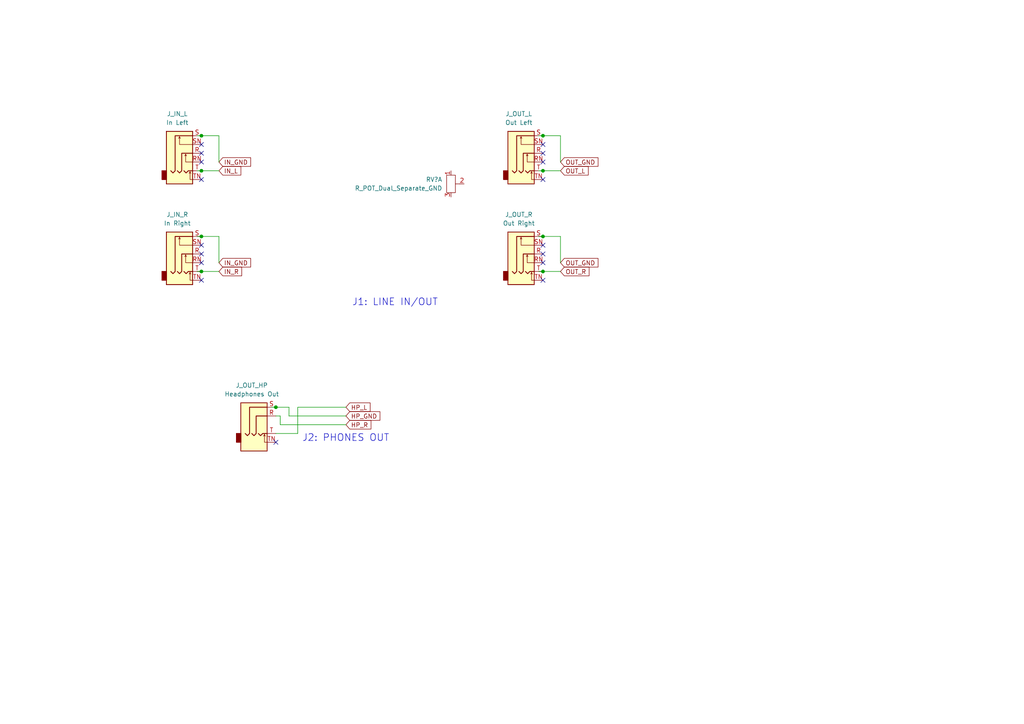
<source format=kicad_sch>
(kicad_sch (version 20250114) (generator "eeschema") (generator_version "9.0")
  (paper "A4")
  (lib_symbols
    (symbol "ksoloti_shield_symbols:AudioJack3_3.5mm_Stereo_SwitchT_WQP729JH-Blue_from_Thonk"
      (property "Reference" "J8" (at 1.27 8.2551 0))
      (property "Value" "AudioJack3_3.5mm_Stereo_SwitchT_WQP729JH-Blue_from_Thonk" (at 1.27 5.7151 0))
      (symbol "AudioJack3_3.5mm_Stereo_SwitchT_WQP729JH-Blue_from_Thonk_0_1"
        (rectangle (start -5.08 -5.08) (end -6.35 -7.62) (stroke (width 0.254)) (fill (type outline)))
        (polyline (pts (xy -1.905 -5.08) (xy -1.27 -5.715) (xy -0.635 -5.08) (xy -0.635 0) (xy 2.54 0)) (stroke (width 0.254)))
        (polyline (pts (xy 0 -5.08) (xy 0.635 -5.715) (xy 1.27 -5.08) (xy 2.54 -5.08)) (stroke (width 0.254)))
        (polyline (pts (xy 1.778 -5.334) (xy 2.032 -5.842)))
        (rectangle (start 2.54 3.81) (end -5.08 -10.16) (stroke (width 0.254)) (fill (type background)))
        (polyline (pts (xy 2.54 2.54) (xy -2.54 2.54) (xy -2.54 -5.08) (xy -3.175 -5.715) (xy -3.81 -5.08)) (stroke (width 0.254)))
        (polyline (pts (xy 2.54 -7.62) (xy 1.778 -7.62) (xy 1.778 -5.334) (xy 1.524 -5.842)))
      )
      (symbol "AudioJack3_3.5mm_Stereo_SwitchT_WQP729JH-Blue_from_Thonk_1_1"
        (pin passive line (at 5.08 2.54 180) (length 2.54) (name "~") (number "S"))
        (pin passive line (at 5.08 0 180) (length 2.54) (name "~") (number "R"))
        (pin passive line (at 5.08 -5.08 180) (length 2.54) (name "~") (number "T"))
        (pin passive line (at 5.08 -7.62 180) (length 2.54) (name "~") (number "TN"))
      )
    )
    (symbol "ksoloti_shield_symbols:AudioJack_6.35mm_TRS_Neutrik_NRJ6HF"
      (property "Reference" "J" (at 0 11.43 0))
      (property "Value" "AudioJack_6.35mm_TRS_Neutrik_NRJ6HF" (at 0 8.89 0))
      (symbol "AudioJack_6.35mm_TRS_Neutrik_NRJ6HF_0_1"
        (rectangle (start -5.08 -5.08) (end -6.35 -7.62) (stroke (width 0.254)) (fill (type outline)))
        (polyline (pts (xy -1.905 -5.08) (xy -1.27 -5.715) (xy -0.635 -5.08) (xy -0.635 0) (xy 2.54 0)) (stroke (width 0.254)))
        (polyline (pts (xy -1.27 4.826) (xy -1.016 4.318)))
        (polyline (pts (xy 0 -5.08) (xy 0.635 -5.715) (xy 1.27 -5.08) (xy 2.54 -5.08)) (stroke (width 0.254)))
        (polyline (pts (xy 0.508 -0.254) (xy 0.762 -0.762)))
        (polyline (pts (xy 1.778 -5.334) (xy 2.032 -5.842)))
        (rectangle (start 2.54 6.35) (end -5.08 -8.89) (stroke (width 0.254)) (fill (type background)))
        (polyline (pts (xy 2.54 5.08) (xy -2.54 5.08) (xy -2.54 -5.08) (xy -3.175 -5.715) (xy -3.81 -5.08)) (stroke (width 0.254)))
        (polyline (pts (xy 2.54 2.54) (xy -1.27 2.54) (xy -1.27 4.826) (xy -1.524 4.318)))
        (polyline (pts (xy 2.54 -2.54) (xy 0.508 -2.54) (xy 0.508 -0.254) (xy 0.254 -0.762)))
        (polyline (pts (xy 2.54 -7.62) (xy 1.778 -7.62) (xy 1.778 -5.334) (xy 1.524 -5.842)))
      )
      (symbol "AudioJack_6.35mm_TRS_Neutrik_NRJ6HF_1_1"
        (pin passive line (at 5.08 5.08 180) (length 2.54) (name "~") (number "S"))
        (pin passive line (at 5.08 2.54 180) (length 2.54) (name "~") (number "SN"))
        (pin passive line (at 5.08 0 180) (length 2.54) (name "~") (number "R"))
        (pin passive line (at 5.08 -2.54 180) (length 2.54) (name "~") (number "RN"))
        (pin passive line (at 5.08 -5.08 180) (length 2.54) (name "~") (number "T"))
        (pin passive line (at 5.08 -7.62 180) (length 2.54) (name "~") (number "TN"))
      )
    )
    (symbol "ksoloti_shield_symbols:R_POT_Dual_Separate_GND" (pin_names (offset 1.016) (hide yes))
      (property "Reference" "RV2" (at -1.9812 0.8347 0))
      (property "Value" "R_POT_Dual_Separate_GND" (at -1.9812 -1.7022 0))
      (symbol "R_POT_Dual_Separate_GND_1_1"
        (rectangle (start -1.27 2.54) (end 1.27 -2.54) (stroke (width 0.1524)))
        (polyline (pts (xy 2.54 0) (xy 1.27 0)) (stroke (width 0.1524)))
        (pin passive line (at 0 3.81 270) (length 1.27) (name "1") (number "1"))
        (pin passive line (at 0 -3.81 90) (length 1.27) (name "3") (number "3"))
        (pin passive line (at 3.81 0 180) (length 1.27) (name "2") (number "2"))
      )
      (symbol "R_POT_Dual_Separate_GND_2_1"
        (rectangle (start -1.27 2.54) (end 1.27 -2.54) (stroke (width 0.1524)))
        (polyline (pts (xy 2.54 0) (xy 1.27 0)) (stroke (width 0.1524)))
        (pin passive line (at 0 3.81 270) (length 1.27) (name "4") (number "4"))
        (pin passive line (at 0 -3.81 90) (length 1.27) (name "6") (number "6"))
        (pin passive line (at 3.81 0 180) (length 1.27) (name "5") (number "5"))
      )
      (symbol "R_POT_Dual_Separate_GND_3_1"
        (rectangle (start -2.54 1.27) (end 2.54 -1.27) (stroke (width 0.1524)) (fill (type background)))
        (pin passive line (at 0 -3.81 90) (length 2.54) (name "7") (number "7"))
      )
    )
  )
  (text "J2: PHONES OUT" (at 87.63 128.27 0) (effects (font (size 2 2)) (justify left bottom)))
  (text "J1: LINE IN/OUT" (at 102.108 88.9 0) (effects (font (size 2 2)) (justify left bottom)))
  (junction (at 58.42 68.58))
  (junction (at 58.42 78.74))
  (junction (at 58.42 39.37))
  (junction (at 157.48 78.74))
  (junction (at 157.48 68.58))
  (junction (at 157.48 49.53))
  (junction (at 58.42 49.53))
  (junction (at 157.48 39.37))
  (junction (at 80.01 118.11))
  (no_connect (at 157.48 73.66))
  (no_connect (at 80.01 128.27))
  (no_connect (at 157.48 46.99))
  (no_connect (at 157.48 44.45))
  (no_connect (at 58.42 71.12))
  (no_connect (at 58.42 41.91))
  (no_connect (at 157.48 41.91))
  (no_connect (at 157.48 81.28))
  (no_connect (at 157.48 71.12))
  (no_connect (at 58.42 52.07))
  (no_connect (at 58.42 44.45))
  (no_connect (at 58.42 73.66))
  (no_connect (at 58.42 81.28))
  (no_connect (at 157.48 76.2))
  (no_connect (at 58.42 76.2))
  (no_connect (at 58.42 46.99))
  (no_connect (at 157.48 52.07))
  (wire (pts (xy 57.15 39.37) (xy 58.42 39.37)))
  (wire (pts (xy 58.42 49.53) (xy 63.5 49.53)))
  (wire (pts (xy 63.5 76.2) (xy 63.5 68.58)))
  (wire (pts (xy 57.15 68.58) (xy 58.42 68.58)))
  (wire (pts (xy 58.42 78.74) (xy 63.5 78.74)))
  (wire (pts (xy 86.36 118.11) (xy 100.33 118.11)))
  (wire (pts (xy 78.74 118.11) (xy 80.01 118.11)))
  (wire (pts (xy 157.48 68.58) (xy 162.56 68.58)))
  (wire (pts (xy 156.21 68.58) (xy 157.48 68.58)))
  (wire (pts (xy 156.21 39.37) (xy 157.48 39.37)))
  (wire (pts (xy 83.82 118.11) (xy 83.82 120.65)))
  (wire (pts (xy 80.01 120.65) (xy 81.28 120.65)))
  (wire (pts (xy 157.48 78.74) (xy 162.56 78.74)))
  (wire (pts (xy 57.15 49.53) (xy 58.42 49.53)))
  (wire (pts (xy 57.15 78.74) (xy 58.42 78.74)))
  (wire (pts (xy 63.5 46.99) (xy 63.5 39.37)))
  (wire (pts (xy 83.82 120.65) (xy 100.33 120.65)))
  (wire (pts (xy 157.48 49.53) (xy 162.56 49.53)))
  (wire (pts (xy 80.01 125.73) (xy 86.36 125.73)))
  (wire (pts (xy 58.42 39.37) (xy 63.5 39.37)))
  (wire (pts (xy 162.56 46.99) (xy 162.56 39.37)))
  (wire (pts (xy 80.01 118.11) (xy 83.82 118.11)))
  (wire (pts (xy 156.21 49.53) (xy 157.48 49.53)))
  (wire (pts (xy 81.28 120.65) (xy 81.28 123.19)))
  (wire (pts (xy 81.28 123.19) (xy 100.33 123.19)))
  (wire (pts (xy 157.48 39.37) (xy 162.56 39.37)))
  (wire (pts (xy 58.42 68.58) (xy 63.5 68.58)))
  (wire (pts (xy 86.36 125.73) (xy 86.36 118.11)))
  (wire (pts (xy 162.56 76.2) (xy 162.56 68.58)))
  (wire (pts (xy 156.21 78.74) (xy 157.48 78.74)))
  (global_label "IN_GND" (shape input) (at 63.5 76.2 0) (property "Intersheetrefs" "${INTERSHEET_REFS}" (effects (hide yes))))
  (global_label "OUT_GND" (shape input) (at 162.56 46.99 0) (property "Intersheetrefs" "${INTERSHEET_REFS}" (effects (hide yes))))
  (global_label "OUT_R" (shape input) (at 162.56 78.74 0) (property "Intersheetrefs" "${INTERSHEET_REFS}" (effects (hide yes))))
  (global_label "HP_R" (shape input) (at 100.33 123.19 0) (property "Intersheetrefs" "${INTERSHEET_REFS}" (effects (hide yes))))
  (global_label "IN_R" (shape input) (at 63.5 78.74 0) (property "Intersheetrefs" "${INTERSHEET_REFS}" (effects (hide yes))))
  (global_label "OUT_L" (shape input) (at 162.56 49.53 0) (property "Intersheetrefs" "${INTERSHEET_REFS}" (effects (hide yes))))
  (global_label "OUT_GND" (shape input) (at 162.56 76.2 0) (property "Intersheetrefs" "${INTERSHEET_REFS}" (effects (hide yes))))
  (global_label "IN_L" (shape input) (at 63.5 49.53 0) (property "Intersheetrefs" "${INTERSHEET_REFS}" (effects (hide yes))))
  (global_label "HP_L" (shape input) (at 100.33 118.11 0) (property "Intersheetrefs" "${INTERSHEET_REFS}" (effects (hide yes))))
  (global_label "IN_GND" (shape input) (at 63.5 46.99 0) (property "Intersheetrefs" "${INTERSHEET_REFS}" (effects (hide yes))))
  (global_label "HP_GND" (shape input) (at 100.33 120.65 0) (property "Intersheetrefs" "${INTERSHEET_REFS}" (effects (hide yes))))
  (symbol (lib_id "ksoloti_shield_symbols:R_POT_Dual_Separate_GND") (at 130.81 53.34 0) (unit 1)
    (property "Reference" "RV?" (at 128.27 52.0699 0) (effects (justify right)))
    (property "Value" "R_POT_Dual_Separate_GND" (at 128.27 54.6099 0) (effects (justify right)))
    (property "Footprint" "ksoloti_shield_footprints:ALPS_POT_VERTICAL_PS_DUAL" (effects (hide yes)))
    (property "Description" "Dual potentiometer, separate units" (effects (hide yes)))
  )
  (symbol (lib_id "ksoloti_shield_symbols:AudioJack_6.35mm_TRS_Neutrik_NRJ6HF") (at 53.34 44.45 0) (unit 1)
    (property "Reference" "J_IN_L" (at 51.435 33.02 0))
    (property "Value" "In Left" (at 51.435 35.56 0))
    (property "Footprint" "ksoloti_shield_footprints:Jack_6.35mm_Neutrik_NRJ6HF_Horizontal_no_screwhole" (effects (hide yes)))
    (property "Description" "Audio Jack, 3 Poles (Stereo / TRS), Switched Poles (Normalling)" (effects (hide yes)))
  )
  (symbol (lib_id "ksoloti_shield_symbols:AudioJack_6.35mm_TRS_Neutrik_NRJ6HF") (at 152.4 44.45 0) (unit 1)
    (property "Reference" "J_OUT_L" (at 150.495 33.02 0))
    (property "Value" "Out Left" (at 150.495 35.56 0))
    (property "Footprint" "ksoloti_shield_footprints:Jack_6.35mm_Neutrik_NRJ6HF_Horizontal_no_screwhole" (effects (hide yes)))
    (property "Description" "Audio Jack, 3 Poles (Stereo / TRS), Switched Poles (Normalling)" (effects (hide yes)))
  )
  (symbol (lib_id "ksoloti_shield_symbols:AudioJack3_3.5mm_Stereo_SwitchT_WQP729JH-Blue_from_Thonk") (at 74.93 120.65 0) (unit 1)
    (property "Reference" "J_OUT_HP" (at 73.025 111.76 0))
    (property "Value" "Headphones Out" (at 73.025 114.3 0))
    (property "Footprint" "Connector_Audio:Jack_3.5mm_CUI_SJ1-3513N_Horizontal" (effects (hide yes)))
    (property "Description" "Audio Jack, 3 Poles (Stereo / TRS), Switched TR Poles (Normalling)" (effects (hide yes)))
  )
  (symbol (lib_id "ksoloti_shield_symbols:AudioJack_6.35mm_TRS_Neutrik_NRJ6HF") (at 53.34 73.66 0) (unit 1)
    (property "Reference" "J_IN_R" (at 51.435 62.23 0))
    (property "Value" "In Right" (at 51.435 64.77 0))
    (property "Footprint" "ksoloti_shield_footprints:Jack_6.35mm_Neutrik_NRJ6HF_Horizontal_no_screwhole" (effects (hide yes)))
    (property "Description" "Audio Jack, 3 Poles (Stereo / TRS), Switched Poles (Normalling)" (effects (hide yes)))
  )
  (symbol (lib_id "ksoloti_shield_symbols:AudioJack_6.35mm_TRS_Neutrik_NRJ6HF") (at 152.4 73.66 0) (unit 1)
    (property "Reference" "J_OUT_R" (at 150.495 62.23 0))
    (property "Value" "Out Right" (at 150.495 64.77 0))
    (property "Footprint" "ksoloti_shield_footprints:Jack_6.35mm_Neutrik_NRJ6HF_Horizontal_no_screwhole" (effects (hide yes)))
    (property "Description" "Audio Jack, 3 Poles (Stereo / TRS), Switched Poles (Normalling)" (effects (hide yes)))
  )
)
</source>
